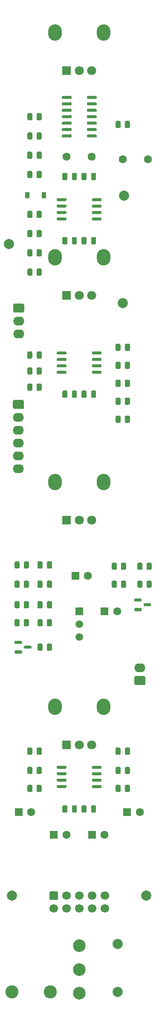
<source format=gbs>
G04 #@! TF.GenerationSoftware,KiCad,Pcbnew,6.0.5+dfsg-1~bpo11+1*
G04 #@! TF.CreationDate,2022-07-21T18:59:06+00:00*
G04 #@! TF.ProjectId,sample_and_hold_board,73616d70-6c65-45f6-916e-645f686f6c64,0*
G04 #@! TF.SameCoordinates,Original*
G04 #@! TF.FileFunction,Soldermask,Bot*
G04 #@! TF.FilePolarity,Negative*
%FSLAX46Y46*%
G04 Gerber Fmt 4.6, Leading zero omitted, Abs format (unit mm)*
G04 Created by KiCad (PCBNEW 6.0.5+dfsg-1~bpo11+1) date 2022-07-21 18:59:06*
%MOMM*%
%LPD*%
G01*
G04 APERTURE LIST*
%ADD10O,2.720000X3.240000*%
%ADD11R,1.800000X1.800000*%
%ADD12C,1.800000*%
%ADD13C,2.500000*%
%ADD14R,1.600000X1.600000*%
%ADD15C,1.600000*%
%ADD16C,2.000000*%
%ADD17O,2.190000X1.740000*%
%ADD18C,2.600000*%
%ADD19C,1.700000*%
%ADD20R,1.500000X1.500000*%
%ADD21C,1.500000*%
%ADD22R,0.900000X1.200000*%
G04 APERTURE END LIST*
D10*
X108940000Y-172215000D03*
X99340000Y-172215000D03*
D11*
X101640000Y-179715000D03*
D12*
X104140000Y-179715000D03*
X106640000Y-179715000D03*
D13*
X104140000Y-228865000D03*
X104140000Y-224165000D03*
X104140000Y-219465000D03*
D10*
X108940000Y-83315000D03*
X99340000Y-83315000D03*
D11*
X101640000Y-90815000D03*
D12*
X104140000Y-90815000D03*
X106640000Y-90815000D03*
D10*
X99340000Y-127765000D03*
X108940000Y-127765000D03*
D11*
X101640000Y-135265000D03*
D12*
X104140000Y-135265000D03*
X106640000Y-135265000D03*
D10*
X108940000Y-38865000D03*
X99340000Y-38865000D03*
D11*
X101640000Y-46365000D03*
D12*
X104140000Y-46365000D03*
X106640000Y-46365000D03*
G36*
G01*
X114201000Y-107764000D02*
X114201000Y-108664000D01*
G75*
G02*
X113951000Y-108914000I-250000J0D01*
G01*
X113426000Y-108914000D01*
G75*
G02*
X113176000Y-108664000I0J250000D01*
G01*
X113176000Y-107764000D01*
G75*
G02*
X113426000Y-107514000I250000J0D01*
G01*
X113951000Y-107514000D01*
G75*
G02*
X114201000Y-107764000I0J-250000D01*
G01*
G37*
G36*
G01*
X112376000Y-107764000D02*
X112376000Y-108664000D01*
G75*
G02*
X112126000Y-108914000I-250000J0D01*
G01*
X111601000Y-108914000D01*
G75*
G02*
X111351000Y-108664000I0J250000D01*
G01*
X111351000Y-107764000D01*
G75*
G02*
X111601000Y-107514000I250000J0D01*
G01*
X112126000Y-107514000D01*
G75*
G02*
X112376000Y-107764000I0J-250000D01*
G01*
G37*
G36*
G01*
X110589000Y-144859000D02*
X110589000Y-143959000D01*
G75*
G02*
X110839000Y-143709000I250000J0D01*
G01*
X111364000Y-143709000D01*
G75*
G02*
X111614000Y-143959000I0J-250000D01*
G01*
X111614000Y-144859000D01*
G75*
G02*
X111364000Y-145109000I-250000J0D01*
G01*
X110839000Y-145109000D01*
G75*
G02*
X110589000Y-144859000I0J250000D01*
G01*
G37*
G36*
G01*
X112414000Y-144859000D02*
X112414000Y-143959000D01*
G75*
G02*
X112664000Y-143709000I250000J0D01*
G01*
X113189000Y-143709000D01*
G75*
G02*
X113439000Y-143959000I0J-250000D01*
G01*
X113439000Y-144859000D01*
G75*
G02*
X113189000Y-145109000I-250000J0D01*
G01*
X112664000Y-145109000D01*
G75*
G02*
X112414000Y-144859000I0J250000D01*
G01*
G37*
G36*
G01*
X108590000Y-184010000D02*
X108590000Y-184310000D01*
G75*
G02*
X108440000Y-184460000I-150000J0D01*
G01*
X106840000Y-184460000D01*
G75*
G02*
X106690000Y-184310000I0J150000D01*
G01*
X106690000Y-184010000D01*
G75*
G02*
X106840000Y-183860000I150000J0D01*
G01*
X108440000Y-183860000D01*
G75*
G02*
X108590000Y-184010000I0J-150000D01*
G01*
G37*
G36*
G01*
X108590000Y-185280000D02*
X108590000Y-185580000D01*
G75*
G02*
X108440000Y-185730000I-150000J0D01*
G01*
X106840000Y-185730000D01*
G75*
G02*
X106690000Y-185580000I0J150000D01*
G01*
X106690000Y-185280000D01*
G75*
G02*
X106840000Y-185130000I150000J0D01*
G01*
X108440000Y-185130000D01*
G75*
G02*
X108590000Y-185280000I0J-150000D01*
G01*
G37*
G36*
G01*
X108590000Y-186550000D02*
X108590000Y-186850000D01*
G75*
G02*
X108440000Y-187000000I-150000J0D01*
G01*
X106840000Y-187000000D01*
G75*
G02*
X106690000Y-186850000I0J150000D01*
G01*
X106690000Y-186550000D01*
G75*
G02*
X106840000Y-186400000I150000J0D01*
G01*
X108440000Y-186400000D01*
G75*
G02*
X108590000Y-186550000I0J-150000D01*
G01*
G37*
G36*
G01*
X108590000Y-187820000D02*
X108590000Y-188120000D01*
G75*
G02*
X108440000Y-188270000I-150000J0D01*
G01*
X106840000Y-188270000D01*
G75*
G02*
X106690000Y-188120000I0J150000D01*
G01*
X106690000Y-187820000D01*
G75*
G02*
X106840000Y-187670000I150000J0D01*
G01*
X108440000Y-187670000D01*
G75*
G02*
X108590000Y-187820000I0J-150000D01*
G01*
G37*
G36*
G01*
X101590000Y-187820000D02*
X101590000Y-188120000D01*
G75*
G02*
X101440000Y-188270000I-150000J0D01*
G01*
X99840000Y-188270000D01*
G75*
G02*
X99690000Y-188120000I0J150000D01*
G01*
X99690000Y-187820000D01*
G75*
G02*
X99840000Y-187670000I150000J0D01*
G01*
X101440000Y-187670000D01*
G75*
G02*
X101590000Y-187820000I0J-150000D01*
G01*
G37*
G36*
G01*
X101590000Y-186550000D02*
X101590000Y-186850000D01*
G75*
G02*
X101440000Y-187000000I-150000J0D01*
G01*
X99840000Y-187000000D01*
G75*
G02*
X99690000Y-186850000I0J150000D01*
G01*
X99690000Y-186550000D01*
G75*
G02*
X99840000Y-186400000I150000J0D01*
G01*
X101440000Y-186400000D01*
G75*
G02*
X101590000Y-186550000I0J-150000D01*
G01*
G37*
G36*
G01*
X101590000Y-185280000D02*
X101590000Y-185580000D01*
G75*
G02*
X101440000Y-185730000I-150000J0D01*
G01*
X99840000Y-185730000D01*
G75*
G02*
X99690000Y-185580000I0J150000D01*
G01*
X99690000Y-185280000D01*
G75*
G02*
X99840000Y-185130000I150000J0D01*
G01*
X101440000Y-185130000D01*
G75*
G02*
X101590000Y-185280000I0J-150000D01*
G01*
G37*
G36*
G01*
X101590000Y-184010000D02*
X101590000Y-184310000D01*
G75*
G02*
X101440000Y-184460000I-150000J0D01*
G01*
X99840000Y-184460000D01*
G75*
G02*
X99690000Y-184310000I0J150000D01*
G01*
X99690000Y-184010000D01*
G75*
G02*
X99840000Y-183860000I150000J0D01*
G01*
X101440000Y-183860000D01*
G75*
G02*
X101590000Y-184010000I0J-150000D01*
G01*
G37*
G36*
G01*
X111351000Y-105108000D02*
X111351000Y-104208000D01*
G75*
G02*
X111601000Y-103958000I250000J0D01*
G01*
X112126000Y-103958000D01*
G75*
G02*
X112376000Y-104208000I0J-250000D01*
G01*
X112376000Y-105108000D01*
G75*
G02*
X112126000Y-105358000I-250000J0D01*
G01*
X111601000Y-105358000D01*
G75*
G02*
X111351000Y-105108000I0J250000D01*
G01*
G37*
G36*
G01*
X113176000Y-105108000D02*
X113176000Y-104208000D01*
G75*
G02*
X113426000Y-103958000I250000J0D01*
G01*
X113951000Y-103958000D01*
G75*
G02*
X114201000Y-104208000I0J-250000D01*
G01*
X114201000Y-105108000D01*
G75*
G02*
X113951000Y-105358000I-250000J0D01*
G01*
X113426000Y-105358000D01*
G75*
G02*
X113176000Y-105108000I0J250000D01*
G01*
G37*
G36*
G01*
X115059000Y-153129000D02*
X115059000Y-152829000D01*
G75*
G02*
X115209000Y-152679000I150000J0D01*
G01*
X116384000Y-152679000D01*
G75*
G02*
X116534000Y-152829000I0J-150000D01*
G01*
X116534000Y-153129000D01*
G75*
G02*
X116384000Y-153279000I-150000J0D01*
G01*
X115209000Y-153279000D01*
G75*
G02*
X115059000Y-153129000I0J150000D01*
G01*
G37*
G36*
G01*
X115059000Y-151229000D02*
X115059000Y-150929000D01*
G75*
G02*
X115209000Y-150779000I150000J0D01*
G01*
X116384000Y-150779000D01*
G75*
G02*
X116534000Y-150929000I0J-150000D01*
G01*
X116534000Y-151229000D01*
G75*
G02*
X116384000Y-151379000I-150000J0D01*
G01*
X115209000Y-151379000D01*
G75*
G02*
X115059000Y-151229000I0J150000D01*
G01*
G37*
G36*
G01*
X116934000Y-152179000D02*
X116934000Y-151879000D01*
G75*
G02*
X117084000Y-151729000I150000J0D01*
G01*
X118259000Y-151729000D01*
G75*
G02*
X118409000Y-151879000I0J-150000D01*
G01*
X118409000Y-152179000D01*
G75*
G02*
X118259000Y-152329000I-150000J0D01*
G01*
X117084000Y-152329000D01*
G75*
G02*
X116934000Y-152179000I0J150000D01*
G01*
G37*
G36*
G01*
X91285000Y-148415000D02*
X91285000Y-147515000D01*
G75*
G02*
X91535000Y-147265000I250000J0D01*
G01*
X92060000Y-147265000D01*
G75*
G02*
X92310000Y-147515000I0J-250000D01*
G01*
X92310000Y-148415000D01*
G75*
G02*
X92060000Y-148665000I-250000J0D01*
G01*
X91535000Y-148665000D01*
G75*
G02*
X91285000Y-148415000I0J250000D01*
G01*
G37*
G36*
G01*
X93110000Y-148415000D02*
X93110000Y-147515000D01*
G75*
G02*
X93360000Y-147265000I250000J0D01*
G01*
X93885000Y-147265000D01*
G75*
G02*
X94135000Y-147515000I0J-250000D01*
G01*
X94135000Y-148415000D01*
G75*
G02*
X93885000Y-148665000I-250000J0D01*
G01*
X93360000Y-148665000D01*
G75*
G02*
X93110000Y-148415000I0J250000D01*
G01*
G37*
G36*
G01*
X111326000Y-101577000D02*
X111326000Y-100627000D01*
G75*
G02*
X111576000Y-100377000I250000J0D01*
G01*
X112076000Y-100377000D01*
G75*
G02*
X112326000Y-100627000I0J-250000D01*
G01*
X112326000Y-101577000D01*
G75*
G02*
X112076000Y-101827000I-250000J0D01*
G01*
X111576000Y-101827000D01*
G75*
G02*
X111326000Y-101577000I0J250000D01*
G01*
G37*
G36*
G01*
X113226000Y-101577000D02*
X113226000Y-100627000D01*
G75*
G02*
X113476000Y-100377000I250000J0D01*
G01*
X113976000Y-100377000D01*
G75*
G02*
X114226000Y-100627000I0J-250000D01*
G01*
X114226000Y-101577000D01*
G75*
G02*
X113976000Y-101827000I-250000J0D01*
G01*
X113476000Y-101827000D01*
G75*
G02*
X113226000Y-101577000I0J250000D01*
G01*
G37*
D14*
X113665000Y-193050000D03*
D15*
X116165000Y-193050000D03*
X101640000Y-63383000D03*
X106640000Y-63383000D03*
G36*
G01*
X96675000Y-74363000D02*
X96675000Y-75263000D01*
G75*
G02*
X96425000Y-75513000I-250000J0D01*
G01*
X95900000Y-75513000D01*
G75*
G02*
X95650000Y-75263000I0J250000D01*
G01*
X95650000Y-74363000D01*
G75*
G02*
X95900000Y-74113000I250000J0D01*
G01*
X96425000Y-74113000D01*
G75*
G02*
X96675000Y-74363000I0J-250000D01*
G01*
G37*
G36*
G01*
X94850000Y-74363000D02*
X94850000Y-75263000D01*
G75*
G02*
X94600000Y-75513000I-250000J0D01*
G01*
X94075000Y-75513000D01*
G75*
G02*
X93825000Y-75263000I0J250000D01*
G01*
X93825000Y-74363000D01*
G75*
G02*
X94075000Y-74113000I250000J0D01*
G01*
X94600000Y-74113000D01*
G75*
G02*
X94850000Y-74363000I0J-250000D01*
G01*
G37*
D14*
X103359621Y-146314000D03*
D15*
X105859621Y-146314000D03*
G36*
G01*
X98707000Y-159961000D02*
X98707000Y-160861000D01*
G75*
G02*
X98457000Y-161111000I-250000J0D01*
G01*
X97932000Y-161111000D01*
G75*
G02*
X97682000Y-160861000I0J250000D01*
G01*
X97682000Y-159961000D01*
G75*
G02*
X97932000Y-159711000I250000J0D01*
G01*
X98457000Y-159711000D01*
G75*
G02*
X98707000Y-159961000I0J-250000D01*
G01*
G37*
G36*
G01*
X96882000Y-159961000D02*
X96882000Y-160861000D01*
G75*
G02*
X96632000Y-161111000I-250000J0D01*
G01*
X96107000Y-161111000D01*
G75*
G02*
X95857000Y-160861000I0J250000D01*
G01*
X95857000Y-159961000D01*
G75*
G02*
X96107000Y-159711000I250000J0D01*
G01*
X96632000Y-159711000D01*
G75*
G02*
X96882000Y-159961000I0J-250000D01*
G01*
G37*
G36*
G01*
X96700000Y-102151000D02*
X96700000Y-103101000D01*
G75*
G02*
X96450000Y-103351000I-250000J0D01*
G01*
X95950000Y-103351000D01*
G75*
G02*
X95700000Y-103101000I0J250000D01*
G01*
X95700000Y-102151000D01*
G75*
G02*
X95950000Y-101901000I250000J0D01*
G01*
X96450000Y-101901000D01*
G75*
G02*
X96700000Y-102151000I0J-250000D01*
G01*
G37*
G36*
G01*
X94800000Y-102151000D02*
X94800000Y-103101000D01*
G75*
G02*
X94550000Y-103351000I-250000J0D01*
G01*
X94050000Y-103351000D01*
G75*
G02*
X93800000Y-103101000I0J250000D01*
G01*
X93800000Y-102151000D01*
G75*
G02*
X94050000Y-101901000I250000J0D01*
G01*
X94550000Y-101901000D01*
G75*
G02*
X94800000Y-102151000I0J-250000D01*
G01*
G37*
D14*
X99100000Y-197495000D03*
D15*
X101600000Y-197495000D03*
G36*
G01*
X96675000Y-66489000D02*
X96675000Y-67389000D01*
G75*
G02*
X96425000Y-67639000I-250000J0D01*
G01*
X95900000Y-67639000D01*
G75*
G02*
X95650000Y-67389000I0J250000D01*
G01*
X95650000Y-66489000D01*
G75*
G02*
X95900000Y-66239000I250000J0D01*
G01*
X96425000Y-66239000D01*
G75*
G02*
X96675000Y-66489000I0J-250000D01*
G01*
G37*
G36*
G01*
X94850000Y-66489000D02*
X94850000Y-67389000D01*
G75*
G02*
X94600000Y-67639000I-250000J0D01*
G01*
X94075000Y-67639000D01*
G75*
G02*
X93825000Y-67389000I0J250000D01*
G01*
X93825000Y-66489000D01*
G75*
G02*
X94075000Y-66239000I250000J0D01*
G01*
X94600000Y-66239000D01*
G75*
G02*
X94850000Y-66489000I0J-250000D01*
G01*
G37*
G36*
G01*
X108590000Y-71742000D02*
X108590000Y-72042000D01*
G75*
G02*
X108440000Y-72192000I-150000J0D01*
G01*
X106840000Y-72192000D01*
G75*
G02*
X106690000Y-72042000I0J150000D01*
G01*
X106690000Y-71742000D01*
G75*
G02*
X106840000Y-71592000I150000J0D01*
G01*
X108440000Y-71592000D01*
G75*
G02*
X108590000Y-71742000I0J-150000D01*
G01*
G37*
G36*
G01*
X108590000Y-73012000D02*
X108590000Y-73312000D01*
G75*
G02*
X108440000Y-73462000I-150000J0D01*
G01*
X106840000Y-73462000D01*
G75*
G02*
X106690000Y-73312000I0J150000D01*
G01*
X106690000Y-73012000D01*
G75*
G02*
X106840000Y-72862000I150000J0D01*
G01*
X108440000Y-72862000D01*
G75*
G02*
X108590000Y-73012000I0J-150000D01*
G01*
G37*
G36*
G01*
X108590000Y-74282000D02*
X108590000Y-74582000D01*
G75*
G02*
X108440000Y-74732000I-150000J0D01*
G01*
X106840000Y-74732000D01*
G75*
G02*
X106690000Y-74582000I0J150000D01*
G01*
X106690000Y-74282000D01*
G75*
G02*
X106840000Y-74132000I150000J0D01*
G01*
X108440000Y-74132000D01*
G75*
G02*
X108590000Y-74282000I0J-150000D01*
G01*
G37*
G36*
G01*
X108590000Y-75552000D02*
X108590000Y-75852000D01*
G75*
G02*
X108440000Y-76002000I-150000J0D01*
G01*
X106840000Y-76002000D01*
G75*
G02*
X106690000Y-75852000I0J150000D01*
G01*
X106690000Y-75552000D01*
G75*
G02*
X106840000Y-75402000I150000J0D01*
G01*
X108440000Y-75402000D01*
G75*
G02*
X108590000Y-75552000I0J-150000D01*
G01*
G37*
G36*
G01*
X101590000Y-75552000D02*
X101590000Y-75852000D01*
G75*
G02*
X101440000Y-76002000I-150000J0D01*
G01*
X99840000Y-76002000D01*
G75*
G02*
X99690000Y-75852000I0J150000D01*
G01*
X99690000Y-75552000D01*
G75*
G02*
X99840000Y-75402000I150000J0D01*
G01*
X101440000Y-75402000D01*
G75*
G02*
X101590000Y-75552000I0J-150000D01*
G01*
G37*
G36*
G01*
X101590000Y-74282000D02*
X101590000Y-74582000D01*
G75*
G02*
X101440000Y-74732000I-150000J0D01*
G01*
X99840000Y-74732000D01*
G75*
G02*
X99690000Y-74582000I0J150000D01*
G01*
X99690000Y-74282000D01*
G75*
G02*
X99840000Y-74132000I150000J0D01*
G01*
X101440000Y-74132000D01*
G75*
G02*
X101590000Y-74282000I0J-150000D01*
G01*
G37*
G36*
G01*
X101590000Y-73012000D02*
X101590000Y-73312000D01*
G75*
G02*
X101440000Y-73462000I-150000J0D01*
G01*
X99840000Y-73462000D01*
G75*
G02*
X99690000Y-73312000I0J150000D01*
G01*
X99690000Y-73012000D01*
G75*
G02*
X99840000Y-72862000I150000J0D01*
G01*
X101440000Y-72862000D01*
G75*
G02*
X101590000Y-73012000I0J-150000D01*
G01*
G37*
G36*
G01*
X101590000Y-71742000D02*
X101590000Y-72042000D01*
G75*
G02*
X101440000Y-72192000I-150000J0D01*
G01*
X99840000Y-72192000D01*
G75*
G02*
X99690000Y-72042000I0J150000D01*
G01*
X99690000Y-71742000D01*
G75*
G02*
X99840000Y-71592000I150000J0D01*
G01*
X101440000Y-71592000D01*
G75*
G02*
X101590000Y-71742000I0J-150000D01*
G01*
G37*
D16*
X117475000Y-209560000D03*
G36*
G01*
X108590000Y-102095000D02*
X108590000Y-102395000D01*
G75*
G02*
X108440000Y-102545000I-150000J0D01*
G01*
X106840000Y-102545000D01*
G75*
G02*
X106690000Y-102395000I0J150000D01*
G01*
X106690000Y-102095000D01*
G75*
G02*
X106840000Y-101945000I150000J0D01*
G01*
X108440000Y-101945000D01*
G75*
G02*
X108590000Y-102095000I0J-150000D01*
G01*
G37*
G36*
G01*
X108590000Y-103365000D02*
X108590000Y-103665000D01*
G75*
G02*
X108440000Y-103815000I-150000J0D01*
G01*
X106840000Y-103815000D01*
G75*
G02*
X106690000Y-103665000I0J150000D01*
G01*
X106690000Y-103365000D01*
G75*
G02*
X106840000Y-103215000I150000J0D01*
G01*
X108440000Y-103215000D01*
G75*
G02*
X108590000Y-103365000I0J-150000D01*
G01*
G37*
G36*
G01*
X108590000Y-104635000D02*
X108590000Y-104935000D01*
G75*
G02*
X108440000Y-105085000I-150000J0D01*
G01*
X106840000Y-105085000D01*
G75*
G02*
X106690000Y-104935000I0J150000D01*
G01*
X106690000Y-104635000D01*
G75*
G02*
X106840000Y-104485000I150000J0D01*
G01*
X108440000Y-104485000D01*
G75*
G02*
X108590000Y-104635000I0J-150000D01*
G01*
G37*
G36*
G01*
X108590000Y-105905000D02*
X108590000Y-106205000D01*
G75*
G02*
X108440000Y-106355000I-150000J0D01*
G01*
X106840000Y-106355000D01*
G75*
G02*
X106690000Y-106205000I0J150000D01*
G01*
X106690000Y-105905000D01*
G75*
G02*
X106840000Y-105755000I150000J0D01*
G01*
X108440000Y-105755000D01*
G75*
G02*
X108590000Y-105905000I0J-150000D01*
G01*
G37*
G36*
G01*
X101590000Y-105905000D02*
X101590000Y-106205000D01*
G75*
G02*
X101440000Y-106355000I-150000J0D01*
G01*
X99840000Y-106355000D01*
G75*
G02*
X99690000Y-106205000I0J150000D01*
G01*
X99690000Y-105905000D01*
G75*
G02*
X99840000Y-105755000I150000J0D01*
G01*
X101440000Y-105755000D01*
G75*
G02*
X101590000Y-105905000I0J-150000D01*
G01*
G37*
G36*
G01*
X101590000Y-104635000D02*
X101590000Y-104935000D01*
G75*
G02*
X101440000Y-105085000I-150000J0D01*
G01*
X99840000Y-105085000D01*
G75*
G02*
X99690000Y-104935000I0J150000D01*
G01*
X99690000Y-104635000D01*
G75*
G02*
X99840000Y-104485000I150000J0D01*
G01*
X101440000Y-104485000D01*
G75*
G02*
X101590000Y-104635000I0J-150000D01*
G01*
G37*
G36*
G01*
X101590000Y-103365000D02*
X101590000Y-103665000D01*
G75*
G02*
X101440000Y-103815000I-150000J0D01*
G01*
X99840000Y-103815000D01*
G75*
G02*
X99690000Y-103665000I0J150000D01*
G01*
X99690000Y-103365000D01*
G75*
G02*
X99840000Y-103215000I150000J0D01*
G01*
X101440000Y-103215000D01*
G75*
G02*
X101590000Y-103365000I0J-150000D01*
G01*
G37*
G36*
G01*
X101590000Y-102095000D02*
X101590000Y-102395000D01*
G75*
G02*
X101440000Y-102545000I-150000J0D01*
G01*
X99840000Y-102545000D01*
G75*
G02*
X99690000Y-102395000I0J150000D01*
G01*
X99690000Y-102095000D01*
G75*
G02*
X99840000Y-101945000I150000J0D01*
G01*
X101440000Y-101945000D01*
G75*
G02*
X101590000Y-102095000I0J-150000D01*
G01*
G37*
G36*
G01*
X114201000Y-114876000D02*
X114201000Y-115776000D01*
G75*
G02*
X113951000Y-116026000I-250000J0D01*
G01*
X113426000Y-116026000D01*
G75*
G02*
X113176000Y-115776000I0J250000D01*
G01*
X113176000Y-114876000D01*
G75*
G02*
X113426000Y-114626000I250000J0D01*
G01*
X113951000Y-114626000D01*
G75*
G02*
X114201000Y-114876000I0J-250000D01*
G01*
G37*
G36*
G01*
X112376000Y-114876000D02*
X112376000Y-115776000D01*
G75*
G02*
X112126000Y-116026000I-250000J0D01*
G01*
X111601000Y-116026000D01*
G75*
G02*
X111351000Y-115776000I0J250000D01*
G01*
X111351000Y-114876000D01*
G75*
G02*
X111601000Y-114626000I250000J0D01*
G01*
X112126000Y-114626000D01*
G75*
G02*
X112376000Y-114876000I0J-250000D01*
G01*
G37*
D14*
X109154000Y-153299000D03*
D15*
X111654000Y-153299000D03*
G36*
G01*
X117050000Y-167885000D02*
X115360000Y-167885000D01*
G75*
G02*
X115110000Y-167635000I0J250000D01*
G01*
X115110000Y-166395000D01*
G75*
G02*
X115360000Y-166145000I250000J0D01*
G01*
X117050000Y-166145000D01*
G75*
G02*
X117300000Y-166395000I0J-250000D01*
G01*
X117300000Y-167635000D01*
G75*
G02*
X117050000Y-167885000I-250000J0D01*
G01*
G37*
D17*
X116205000Y-164475000D03*
G36*
G01*
X113439000Y-147515000D02*
X113439000Y-148415000D01*
G75*
G02*
X113189000Y-148665000I-250000J0D01*
G01*
X112664000Y-148665000D01*
G75*
G02*
X112414000Y-148415000I0J250000D01*
G01*
X112414000Y-147515000D01*
G75*
G02*
X112664000Y-147265000I250000J0D01*
G01*
X113189000Y-147265000D01*
G75*
G02*
X113439000Y-147515000I0J-250000D01*
G01*
G37*
G36*
G01*
X111614000Y-147515000D02*
X111614000Y-148415000D01*
G75*
G02*
X111364000Y-148665000I-250000J0D01*
G01*
X110839000Y-148665000D01*
G75*
G02*
X110589000Y-148415000I0J250000D01*
G01*
X110589000Y-147515000D01*
G75*
G02*
X110839000Y-147265000I250000J0D01*
G01*
X111364000Y-147265000D01*
G75*
G02*
X111614000Y-147515000I0J-250000D01*
G01*
G37*
G36*
G01*
X95832000Y-148440000D02*
X95832000Y-147490000D01*
G75*
G02*
X96082000Y-147240000I250000J0D01*
G01*
X96582000Y-147240000D01*
G75*
G02*
X96832000Y-147490000I0J-250000D01*
G01*
X96832000Y-148440000D01*
G75*
G02*
X96582000Y-148690000I-250000J0D01*
G01*
X96082000Y-148690000D01*
G75*
G02*
X95832000Y-148440000I0J250000D01*
G01*
G37*
G36*
G01*
X97732000Y-148440000D02*
X97732000Y-147490000D01*
G75*
G02*
X97982000Y-147240000I250000J0D01*
G01*
X98482000Y-147240000D01*
G75*
G02*
X98732000Y-147490000I0J-250000D01*
G01*
X98732000Y-148440000D01*
G75*
G02*
X98482000Y-148690000I-250000J0D01*
G01*
X97982000Y-148690000D01*
G75*
G02*
X97732000Y-148440000I0J250000D01*
G01*
G37*
G36*
G01*
X111326000Y-181460000D02*
X111326000Y-180510000D01*
G75*
G02*
X111576000Y-180260000I250000J0D01*
G01*
X112076000Y-180260000D01*
G75*
G02*
X112326000Y-180510000I0J-250000D01*
G01*
X112326000Y-181460000D01*
G75*
G02*
X112076000Y-181710000I-250000J0D01*
G01*
X111576000Y-181710000D01*
G75*
G02*
X111326000Y-181460000I0J250000D01*
G01*
G37*
G36*
G01*
X113226000Y-181460000D02*
X113226000Y-180510000D01*
G75*
G02*
X113476000Y-180260000I250000J0D01*
G01*
X113976000Y-180260000D01*
G75*
G02*
X114226000Y-180510000I0J-250000D01*
G01*
X114226000Y-181460000D01*
G75*
G02*
X113976000Y-181710000I-250000J0D01*
G01*
X113476000Y-181710000D01*
G75*
G02*
X113226000Y-181460000I0J250000D01*
G01*
G37*
G36*
G01*
X107495000Y-109898000D02*
X107495000Y-110848000D01*
G75*
G02*
X107245000Y-111098000I-250000J0D01*
G01*
X106745000Y-111098000D01*
G75*
G02*
X106495000Y-110848000I0J250000D01*
G01*
X106495000Y-109898000D01*
G75*
G02*
X106745000Y-109648000I250000J0D01*
G01*
X107245000Y-109648000D01*
G75*
G02*
X107495000Y-109898000I0J-250000D01*
G01*
G37*
G36*
G01*
X105595000Y-109898000D02*
X105595000Y-110848000D01*
G75*
G02*
X105345000Y-111098000I-250000J0D01*
G01*
X104845000Y-111098000D01*
G75*
G02*
X104595000Y-110848000I0J250000D01*
G01*
X104595000Y-109898000D01*
G75*
G02*
X104845000Y-109648000I250000J0D01*
G01*
X105345000Y-109648000D01*
G75*
G02*
X105595000Y-109898000I0J-250000D01*
G01*
G37*
G36*
G01*
X93825000Y-79073000D02*
X93825000Y-78173000D01*
G75*
G02*
X94075000Y-77923000I250000J0D01*
G01*
X94600000Y-77923000D01*
G75*
G02*
X94850000Y-78173000I0J-250000D01*
G01*
X94850000Y-79073000D01*
G75*
G02*
X94600000Y-79323000I-250000J0D01*
G01*
X94075000Y-79323000D01*
G75*
G02*
X93825000Y-79073000I0J250000D01*
G01*
G37*
G36*
G01*
X95650000Y-79073000D02*
X95650000Y-78173000D01*
G75*
G02*
X95900000Y-77923000I250000J0D01*
G01*
X96425000Y-77923000D01*
G75*
G02*
X96675000Y-78173000I0J-250000D01*
G01*
X96675000Y-79073000D01*
G75*
G02*
X96425000Y-79323000I-250000J0D01*
G01*
X95900000Y-79323000D01*
G75*
G02*
X95650000Y-79073000I0J250000D01*
G01*
G37*
G36*
G01*
X91285000Y-152479000D02*
X91285000Y-151579000D01*
G75*
G02*
X91535000Y-151329000I250000J0D01*
G01*
X92060000Y-151329000D01*
G75*
G02*
X92310000Y-151579000I0J-250000D01*
G01*
X92310000Y-152479000D01*
G75*
G02*
X92060000Y-152729000I-250000J0D01*
G01*
X91535000Y-152729000D01*
G75*
G02*
X91285000Y-152479000I0J250000D01*
G01*
G37*
G36*
G01*
X93110000Y-152479000D02*
X93110000Y-151579000D01*
G75*
G02*
X93360000Y-151329000I250000J0D01*
G01*
X93885000Y-151329000D01*
G75*
G02*
X94135000Y-151579000I0J-250000D01*
G01*
X94135000Y-152479000D01*
G75*
G02*
X93885000Y-152729000I-250000J0D01*
G01*
X93360000Y-152729000D01*
G75*
G02*
X93110000Y-152479000I0J250000D01*
G01*
G37*
G36*
G01*
X103685000Y-109898000D02*
X103685000Y-110848000D01*
G75*
G02*
X103435000Y-111098000I-250000J0D01*
G01*
X102935000Y-111098000D01*
G75*
G02*
X102685000Y-110848000I0J250000D01*
G01*
X102685000Y-109898000D01*
G75*
G02*
X102935000Y-109648000I250000J0D01*
G01*
X103435000Y-109648000D01*
G75*
G02*
X103685000Y-109898000I0J-250000D01*
G01*
G37*
G36*
G01*
X101785000Y-109898000D02*
X101785000Y-110848000D01*
G75*
G02*
X101535000Y-111098000I-250000J0D01*
G01*
X101035000Y-111098000D01*
G75*
G02*
X100785000Y-110848000I0J250000D01*
G01*
X100785000Y-109898000D01*
G75*
G02*
X101035000Y-109648000I250000J0D01*
G01*
X101535000Y-109648000D01*
G75*
G02*
X101785000Y-109898000I0J-250000D01*
G01*
G37*
G36*
G01*
X95832000Y-144630000D02*
X95832000Y-143680000D01*
G75*
G02*
X96082000Y-143430000I250000J0D01*
G01*
X96582000Y-143430000D01*
G75*
G02*
X96832000Y-143680000I0J-250000D01*
G01*
X96832000Y-144630000D01*
G75*
G02*
X96582000Y-144880000I-250000J0D01*
G01*
X96082000Y-144880000D01*
G75*
G02*
X95832000Y-144630000I0J250000D01*
G01*
G37*
G36*
G01*
X97732000Y-144630000D02*
X97732000Y-143680000D01*
G75*
G02*
X97982000Y-143430000I250000J0D01*
G01*
X98482000Y-143430000D01*
G75*
G02*
X98732000Y-143680000I0J-250000D01*
G01*
X98732000Y-144630000D01*
G75*
G02*
X98482000Y-144880000I-250000J0D01*
G01*
X97982000Y-144880000D01*
G75*
G02*
X97732000Y-144630000I0J250000D01*
G01*
G37*
D18*
X90805000Y-228610000D03*
X98425000Y-228610000D03*
G36*
G01*
X96675000Y-105351000D02*
X96675000Y-106251000D01*
G75*
G02*
X96425000Y-106501000I-250000J0D01*
G01*
X95900000Y-106501000D01*
G75*
G02*
X95650000Y-106251000I0J250000D01*
G01*
X95650000Y-105351000D01*
G75*
G02*
X95900000Y-105101000I250000J0D01*
G01*
X96425000Y-105101000D01*
G75*
G02*
X96675000Y-105351000I0J-250000D01*
G01*
G37*
G36*
G01*
X94850000Y-105351000D02*
X94850000Y-106251000D01*
G75*
G02*
X94600000Y-106501000I-250000J0D01*
G01*
X94075000Y-106501000D01*
G75*
G02*
X93825000Y-106251000I0J250000D01*
G01*
X93825000Y-105351000D01*
G75*
G02*
X94075000Y-105101000I250000J0D01*
G01*
X94600000Y-105101000D01*
G75*
G02*
X94850000Y-105351000I0J-250000D01*
G01*
G37*
G36*
G01*
X107495000Y-191940000D02*
X107495000Y-192890000D01*
G75*
G02*
X107245000Y-193140000I-250000J0D01*
G01*
X106745000Y-193140000D01*
G75*
G02*
X106495000Y-192890000I0J250000D01*
G01*
X106495000Y-191940000D01*
G75*
G02*
X106745000Y-191690000I250000J0D01*
G01*
X107245000Y-191690000D01*
G75*
G02*
X107495000Y-191940000I0J-250000D01*
G01*
G37*
G36*
G01*
X105595000Y-191940000D02*
X105595000Y-192890000D01*
G75*
G02*
X105345000Y-193140000I-250000J0D01*
G01*
X104845000Y-193140000D01*
G75*
G02*
X104595000Y-192890000I0J250000D01*
G01*
X104595000Y-191940000D01*
G75*
G02*
X104845000Y-191690000I250000J0D01*
G01*
X105345000Y-191690000D01*
G75*
G02*
X105595000Y-191940000I0J-250000D01*
G01*
G37*
G36*
G01*
X91285000Y-156035000D02*
X91285000Y-155135000D01*
G75*
G02*
X91535000Y-154885000I250000J0D01*
G01*
X92060000Y-154885000D01*
G75*
G02*
X92310000Y-155135000I0J-250000D01*
G01*
X92310000Y-156035000D01*
G75*
G02*
X92060000Y-156285000I-250000J0D01*
G01*
X91535000Y-156285000D01*
G75*
G02*
X91285000Y-156035000I0J250000D01*
G01*
G37*
G36*
G01*
X93110000Y-156035000D02*
X93110000Y-155135000D01*
G75*
G02*
X93360000Y-154885000I250000J0D01*
G01*
X93885000Y-154885000D01*
G75*
G02*
X94135000Y-155135000I0J-250000D01*
G01*
X94135000Y-156035000D01*
G75*
G02*
X93885000Y-156285000I-250000J0D01*
G01*
X93360000Y-156285000D01*
G75*
G02*
X93110000Y-156035000I0J250000D01*
G01*
G37*
G36*
G01*
X115669000Y-144859000D02*
X115669000Y-143959000D01*
G75*
G02*
X115919000Y-143709000I250000J0D01*
G01*
X116444000Y-143709000D01*
G75*
G02*
X116694000Y-143959000I0J-250000D01*
G01*
X116694000Y-144859000D01*
G75*
G02*
X116444000Y-145109000I-250000J0D01*
G01*
X115919000Y-145109000D01*
G75*
G02*
X115669000Y-144859000I0J250000D01*
G01*
G37*
G36*
G01*
X117494000Y-144859000D02*
X117494000Y-143959000D01*
G75*
G02*
X117744000Y-143709000I250000J0D01*
G01*
X118269000Y-143709000D01*
G75*
G02*
X118519000Y-143959000I0J-250000D01*
G01*
X118519000Y-144859000D01*
G75*
G02*
X118269000Y-145109000I-250000J0D01*
G01*
X117744000Y-145109000D01*
G75*
G02*
X117494000Y-144859000I0J250000D01*
G01*
G37*
G36*
G01*
X98707000Y-155135000D02*
X98707000Y-156035000D01*
G75*
G02*
X98457000Y-156285000I-250000J0D01*
G01*
X97932000Y-156285000D01*
G75*
G02*
X97682000Y-156035000I0J250000D01*
G01*
X97682000Y-155135000D01*
G75*
G02*
X97932000Y-154885000I250000J0D01*
G01*
X98457000Y-154885000D01*
G75*
G02*
X98707000Y-155135000I0J-250000D01*
G01*
G37*
G36*
G01*
X96882000Y-155135000D02*
X96882000Y-156035000D01*
G75*
G02*
X96632000Y-156285000I-250000J0D01*
G01*
X96107000Y-156285000D01*
G75*
G02*
X95857000Y-156035000I0J250000D01*
G01*
X95857000Y-155135000D01*
G75*
G02*
X96107000Y-154885000I250000J0D01*
G01*
X96632000Y-154885000D01*
G75*
G02*
X96882000Y-155135000I0J-250000D01*
G01*
G37*
G36*
G01*
X91230000Y-111535000D02*
X92920000Y-111535000D01*
G75*
G02*
X93170000Y-111785000I0J-250000D01*
G01*
X93170000Y-113025000D01*
G75*
G02*
X92920000Y-113275000I-250000J0D01*
G01*
X91230000Y-113275000D01*
G75*
G02*
X90980000Y-113025000I0J250000D01*
G01*
X90980000Y-111785000D01*
G75*
G02*
X91230000Y-111535000I250000J0D01*
G01*
G37*
D17*
X92075000Y-114945000D03*
X92075000Y-117485000D03*
X92075000Y-120025000D03*
X92075000Y-122565000D03*
X92075000Y-125105000D03*
G36*
G01*
X91250000Y-92485000D02*
X92940000Y-92485000D01*
G75*
G02*
X93190000Y-92735000I0J-250000D01*
G01*
X93190000Y-93975000D01*
G75*
G02*
X92940000Y-94225000I-250000J0D01*
G01*
X91250000Y-94225000D01*
G75*
G02*
X91000000Y-93975000I0J250000D01*
G01*
X91000000Y-92735000D01*
G75*
G02*
X91250000Y-92485000I250000J0D01*
G01*
G37*
X92095000Y-95895000D03*
X92095000Y-98435000D03*
G36*
G01*
X91285000Y-144605000D02*
X91285000Y-143705000D01*
G75*
G02*
X91535000Y-143455000I250000J0D01*
G01*
X92060000Y-143455000D01*
G75*
G02*
X92310000Y-143705000I0J-250000D01*
G01*
X92310000Y-144605000D01*
G75*
G02*
X92060000Y-144855000I-250000J0D01*
G01*
X91535000Y-144855000D01*
G75*
G02*
X91285000Y-144605000I0J250000D01*
G01*
G37*
G36*
G01*
X93110000Y-144605000D02*
X93110000Y-143705000D01*
G75*
G02*
X93360000Y-143455000I250000J0D01*
G01*
X93885000Y-143455000D01*
G75*
G02*
X94135000Y-143705000I0J-250000D01*
G01*
X94135000Y-144605000D01*
G75*
G02*
X93885000Y-144855000I-250000J0D01*
G01*
X93360000Y-144855000D01*
G75*
G02*
X93110000Y-144605000I0J250000D01*
G01*
G37*
G36*
G01*
X93825000Y-188801000D02*
X93825000Y-187901000D01*
G75*
G02*
X94075000Y-187651000I250000J0D01*
G01*
X94600000Y-187651000D01*
G75*
G02*
X94850000Y-187901000I0J-250000D01*
G01*
X94850000Y-188801000D01*
G75*
G02*
X94600000Y-189051000I-250000J0D01*
G01*
X94075000Y-189051000D01*
G75*
G02*
X93825000Y-188801000I0J250000D01*
G01*
G37*
G36*
G01*
X95650000Y-188801000D02*
X95650000Y-187901000D01*
G75*
G02*
X95900000Y-187651000I250000J0D01*
G01*
X96425000Y-187651000D01*
G75*
G02*
X96675000Y-187901000I0J-250000D01*
G01*
X96675000Y-188801000D01*
G75*
G02*
X96425000Y-189051000I-250000J0D01*
G01*
X95900000Y-189051000D01*
G75*
G02*
X95650000Y-188801000I0J250000D01*
G01*
G37*
G36*
G01*
X96675000Y-184345000D02*
X96675000Y-185245000D01*
G75*
G02*
X96425000Y-185495000I-250000J0D01*
G01*
X95900000Y-185495000D01*
G75*
G02*
X95650000Y-185245000I0J250000D01*
G01*
X95650000Y-184345000D01*
G75*
G02*
X95900000Y-184095000I250000J0D01*
G01*
X96425000Y-184095000D01*
G75*
G02*
X96675000Y-184345000I0J-250000D01*
G01*
G37*
G36*
G01*
X94850000Y-184345000D02*
X94850000Y-185245000D01*
G75*
G02*
X94600000Y-185495000I-250000J0D01*
G01*
X94075000Y-185495000D01*
G75*
G02*
X93825000Y-185245000I0J250000D01*
G01*
X93825000Y-184345000D01*
G75*
G02*
X94075000Y-184095000I250000J0D01*
G01*
X94600000Y-184095000D01*
G75*
G02*
X94850000Y-184345000I0J-250000D01*
G01*
G37*
D16*
X112776000Y-92339000D03*
G36*
G01*
X103685000Y-191940000D02*
X103685000Y-192890000D01*
G75*
G02*
X103435000Y-193140000I-250000J0D01*
G01*
X102935000Y-193140000D01*
G75*
G02*
X102685000Y-192890000I0J250000D01*
G01*
X102685000Y-191940000D01*
G75*
G02*
X102935000Y-191690000I250000J0D01*
G01*
X103435000Y-191690000D01*
G75*
G02*
X103685000Y-191940000I0J-250000D01*
G01*
G37*
G36*
G01*
X101785000Y-191940000D02*
X101785000Y-192890000D01*
G75*
G02*
X101535000Y-193140000I-250000J0D01*
G01*
X101035000Y-193140000D01*
G75*
G02*
X100785000Y-192890000I0J250000D01*
G01*
X100785000Y-191940000D01*
G75*
G02*
X101035000Y-191690000I250000J0D01*
G01*
X101535000Y-191690000D01*
G75*
G02*
X101785000Y-191940000I0J-250000D01*
G01*
G37*
G36*
G01*
X103685000Y-66845000D02*
X103685000Y-67795000D01*
G75*
G02*
X103435000Y-68045000I-250000J0D01*
G01*
X102935000Y-68045000D01*
G75*
G02*
X102685000Y-67795000I0J250000D01*
G01*
X102685000Y-66845000D01*
G75*
G02*
X102935000Y-66595000I250000J0D01*
G01*
X103435000Y-66595000D01*
G75*
G02*
X103685000Y-66845000I0J-250000D01*
G01*
G37*
G36*
G01*
X101785000Y-66845000D02*
X101785000Y-67795000D01*
G75*
G02*
X101535000Y-68045000I-250000J0D01*
G01*
X101035000Y-68045000D01*
G75*
G02*
X100785000Y-67795000I0J250000D01*
G01*
X100785000Y-66845000D01*
G75*
G02*
X101035000Y-66595000I250000J0D01*
G01*
X101535000Y-66595000D01*
G75*
G02*
X101785000Y-66845000I0J-250000D01*
G01*
G37*
D14*
X106680000Y-197495000D03*
D15*
X109180000Y-197495000D03*
G36*
G01*
X91289000Y-161511000D02*
X91289000Y-161211000D01*
G75*
G02*
X91439000Y-161061000I150000J0D01*
G01*
X92614000Y-161061000D01*
G75*
G02*
X92764000Y-161211000I0J-150000D01*
G01*
X92764000Y-161511000D01*
G75*
G02*
X92614000Y-161661000I-150000J0D01*
G01*
X91439000Y-161661000D01*
G75*
G02*
X91289000Y-161511000I0J150000D01*
G01*
G37*
G36*
G01*
X91289000Y-159611000D02*
X91289000Y-159311000D01*
G75*
G02*
X91439000Y-159161000I150000J0D01*
G01*
X92614000Y-159161000D01*
G75*
G02*
X92764000Y-159311000I0J-150000D01*
G01*
X92764000Y-159611000D01*
G75*
G02*
X92614000Y-159761000I-150000J0D01*
G01*
X91439000Y-159761000D01*
G75*
G02*
X91289000Y-159611000I0J150000D01*
G01*
G37*
G36*
G01*
X93164000Y-160561000D02*
X93164000Y-160261000D01*
G75*
G02*
X93314000Y-160111000I150000J0D01*
G01*
X94489000Y-160111000D01*
G75*
G02*
X94639000Y-160261000I0J-150000D01*
G01*
X94639000Y-160561000D01*
G75*
G02*
X94489000Y-160711000I-150000J0D01*
G01*
X93314000Y-160711000D01*
G75*
G02*
X93164000Y-160561000I0J150000D01*
G01*
G37*
D16*
X90170000Y-80655000D03*
X111760000Y-219085000D03*
X90805000Y-209560000D03*
G36*
G01*
X111351000Y-57483000D02*
X111351000Y-56583000D01*
G75*
G02*
X111601000Y-56333000I250000J0D01*
G01*
X112126000Y-56333000D01*
G75*
G02*
X112376000Y-56583000I0J-250000D01*
G01*
X112376000Y-57483000D01*
G75*
G02*
X112126000Y-57733000I-250000J0D01*
G01*
X111601000Y-57733000D01*
G75*
G02*
X111351000Y-57483000I0J250000D01*
G01*
G37*
G36*
G01*
X113176000Y-57483000D02*
X113176000Y-56583000D01*
G75*
G02*
X113426000Y-56333000I250000J0D01*
G01*
X113951000Y-56333000D01*
G75*
G02*
X114201000Y-56583000I0J-250000D01*
G01*
X114201000Y-57483000D01*
G75*
G02*
X113951000Y-57733000I-250000J0D01*
G01*
X113426000Y-57733000D01*
G75*
G02*
X113176000Y-57483000I0J250000D01*
G01*
G37*
G36*
G01*
X118519000Y-147515000D02*
X118519000Y-148415000D01*
G75*
G02*
X118269000Y-148665000I-250000J0D01*
G01*
X117744000Y-148665000D01*
G75*
G02*
X117494000Y-148415000I0J250000D01*
G01*
X117494000Y-147515000D01*
G75*
G02*
X117744000Y-147265000I250000J0D01*
G01*
X118269000Y-147265000D01*
G75*
G02*
X118519000Y-147515000I0J-250000D01*
G01*
G37*
G36*
G01*
X116694000Y-147515000D02*
X116694000Y-148415000D01*
G75*
G02*
X116444000Y-148665000I-250000J0D01*
G01*
X115919000Y-148665000D01*
G75*
G02*
X115669000Y-148415000I0J250000D01*
G01*
X115669000Y-147515000D01*
G75*
G02*
X115919000Y-147265000I250000J0D01*
G01*
X116444000Y-147265000D01*
G75*
G02*
X116694000Y-147515000I0J-250000D01*
G01*
G37*
G36*
G01*
X96675000Y-81983000D02*
X96675000Y-82883000D01*
G75*
G02*
X96425000Y-83133000I-250000J0D01*
G01*
X95900000Y-83133000D01*
G75*
G02*
X95650000Y-82883000I0J250000D01*
G01*
X95650000Y-81983000D01*
G75*
G02*
X95900000Y-81733000I250000J0D01*
G01*
X96425000Y-81733000D01*
G75*
G02*
X96675000Y-81983000I0J-250000D01*
G01*
G37*
G36*
G01*
X94850000Y-81983000D02*
X94850000Y-82883000D01*
G75*
G02*
X94600000Y-83133000I-250000J0D01*
G01*
X94075000Y-83133000D01*
G75*
G02*
X93825000Y-82883000I0J250000D01*
G01*
X93825000Y-81983000D01*
G75*
G02*
X94075000Y-81733000I250000J0D01*
G01*
X94600000Y-81733000D01*
G75*
G02*
X94850000Y-81983000I0J-250000D01*
G01*
G37*
D14*
X92115000Y-193050000D03*
D15*
X94615000Y-193050000D03*
D16*
X111760000Y-228610000D03*
G36*
G01*
X96700000Y-62654000D02*
X96700000Y-63604000D01*
G75*
G02*
X96450000Y-63854000I-250000J0D01*
G01*
X95950000Y-63854000D01*
G75*
G02*
X95700000Y-63604000I0J250000D01*
G01*
X95700000Y-62654000D01*
G75*
G02*
X95950000Y-62404000I250000J0D01*
G01*
X96450000Y-62404000D01*
G75*
G02*
X96700000Y-62654000I0J-250000D01*
G01*
G37*
G36*
G01*
X94800000Y-62654000D02*
X94800000Y-63604000D01*
G75*
G02*
X94550000Y-63854000I-250000J0D01*
G01*
X94050000Y-63854000D01*
G75*
G02*
X93800000Y-63604000I0J250000D01*
G01*
X93800000Y-62654000D01*
G75*
G02*
X94050000Y-62404000I250000J0D01*
G01*
X94550000Y-62404000D01*
G75*
G02*
X94800000Y-62654000I0J-250000D01*
G01*
G37*
G36*
G01*
X98460000Y-208710000D02*
X99660000Y-208710000D01*
G75*
G02*
X99910000Y-208960000I0J-250000D01*
G01*
X99910000Y-210160000D01*
G75*
G02*
X99660000Y-210410000I-250000J0D01*
G01*
X98460000Y-210410000D01*
G75*
G02*
X98210000Y-210160000I0J250000D01*
G01*
X98210000Y-208960000D01*
G75*
G02*
X98460000Y-208710000I250000J0D01*
G01*
G37*
D19*
X99060000Y-212100000D03*
X101600000Y-209560000D03*
X101600000Y-212100000D03*
X104140000Y-209560000D03*
X104140000Y-212100000D03*
X106680000Y-209560000D03*
X106680000Y-212100000D03*
X109220000Y-209560000D03*
X109220000Y-212100000D03*
G36*
G01*
X96675000Y-85793000D02*
X96675000Y-86693000D01*
G75*
G02*
X96425000Y-86943000I-250000J0D01*
G01*
X95900000Y-86943000D01*
G75*
G02*
X95650000Y-86693000I0J250000D01*
G01*
X95650000Y-85793000D01*
G75*
G02*
X95900000Y-85543000I250000J0D01*
G01*
X96425000Y-85543000D01*
G75*
G02*
X96675000Y-85793000I0J-250000D01*
G01*
G37*
G36*
G01*
X94850000Y-85793000D02*
X94850000Y-86693000D01*
G75*
G02*
X94600000Y-86943000I-250000J0D01*
G01*
X94075000Y-86943000D01*
G75*
G02*
X93825000Y-86693000I0J250000D01*
G01*
X93825000Y-85793000D01*
G75*
G02*
X94075000Y-85543000I250000J0D01*
G01*
X94600000Y-85543000D01*
G75*
G02*
X94850000Y-85793000I0J-250000D01*
G01*
G37*
D15*
X112776000Y-63891000D03*
X117776000Y-63891000D03*
G36*
G01*
X93825000Y-109426000D02*
X93825000Y-108526000D01*
G75*
G02*
X94075000Y-108276000I250000J0D01*
G01*
X94600000Y-108276000D01*
G75*
G02*
X94850000Y-108526000I0J-250000D01*
G01*
X94850000Y-109426000D01*
G75*
G02*
X94600000Y-109676000I-250000J0D01*
G01*
X94075000Y-109676000D01*
G75*
G02*
X93825000Y-109426000I0J250000D01*
G01*
G37*
G36*
G01*
X95650000Y-109426000D02*
X95650000Y-108526000D01*
G75*
G02*
X95900000Y-108276000I250000J0D01*
G01*
X96425000Y-108276000D01*
G75*
G02*
X96675000Y-108526000I0J-250000D01*
G01*
X96675000Y-109426000D01*
G75*
G02*
X96425000Y-109676000I-250000J0D01*
G01*
X95900000Y-109676000D01*
G75*
G02*
X95650000Y-109426000I0J250000D01*
G01*
G37*
G36*
G01*
X103685000Y-79545000D02*
X103685000Y-80495000D01*
G75*
G02*
X103435000Y-80745000I-250000J0D01*
G01*
X102935000Y-80745000D01*
G75*
G02*
X102685000Y-80495000I0J250000D01*
G01*
X102685000Y-79545000D01*
G75*
G02*
X102935000Y-79295000I250000J0D01*
G01*
X103435000Y-79295000D01*
G75*
G02*
X103685000Y-79545000I0J-250000D01*
G01*
G37*
G36*
G01*
X101785000Y-79545000D02*
X101785000Y-80495000D01*
G75*
G02*
X101535000Y-80745000I-250000J0D01*
G01*
X101035000Y-80745000D01*
G75*
G02*
X100785000Y-80495000I0J250000D01*
G01*
X100785000Y-79545000D01*
G75*
G02*
X101035000Y-79295000I250000J0D01*
G01*
X101535000Y-79295000D01*
G75*
G02*
X101785000Y-79545000I0J-250000D01*
G01*
G37*
G36*
G01*
X107495000Y-79545000D02*
X107495000Y-80495000D01*
G75*
G02*
X107245000Y-80745000I-250000J0D01*
G01*
X106745000Y-80745000D01*
G75*
G02*
X106495000Y-80495000I0J250000D01*
G01*
X106495000Y-79545000D01*
G75*
G02*
X106745000Y-79295000I250000J0D01*
G01*
X107245000Y-79295000D01*
G75*
G02*
X107495000Y-79545000I0J-250000D01*
G01*
G37*
G36*
G01*
X105595000Y-79545000D02*
X105595000Y-80495000D01*
G75*
G02*
X105345000Y-80745000I-250000J0D01*
G01*
X104845000Y-80745000D01*
G75*
G02*
X104595000Y-80495000I0J250000D01*
G01*
X104595000Y-79545000D01*
G75*
G02*
X104845000Y-79295000I250000J0D01*
G01*
X105345000Y-79295000D01*
G75*
G02*
X105595000Y-79545000I0J-250000D01*
G01*
G37*
G36*
G01*
X93825000Y-59769000D02*
X93825000Y-58869000D01*
G75*
G02*
X94075000Y-58619000I250000J0D01*
G01*
X94600000Y-58619000D01*
G75*
G02*
X94850000Y-58869000I0J-250000D01*
G01*
X94850000Y-59769000D01*
G75*
G02*
X94600000Y-60019000I-250000J0D01*
G01*
X94075000Y-60019000D01*
G75*
G02*
X93825000Y-59769000I0J250000D01*
G01*
G37*
G36*
G01*
X95650000Y-59769000D02*
X95650000Y-58869000D01*
G75*
G02*
X95900000Y-58619000I250000J0D01*
G01*
X96425000Y-58619000D01*
G75*
G02*
X96675000Y-58869000I0J-250000D01*
G01*
X96675000Y-59769000D01*
G75*
G02*
X96425000Y-60019000I-250000J0D01*
G01*
X95900000Y-60019000D01*
G75*
G02*
X95650000Y-59769000I0J250000D01*
G01*
G37*
G36*
G01*
X95832000Y-152504000D02*
X95832000Y-151554000D01*
G75*
G02*
X96082000Y-151304000I250000J0D01*
G01*
X96582000Y-151304000D01*
G75*
G02*
X96832000Y-151554000I0J-250000D01*
G01*
X96832000Y-152504000D01*
G75*
G02*
X96582000Y-152754000I-250000J0D01*
G01*
X96082000Y-152754000D01*
G75*
G02*
X95832000Y-152504000I0J250000D01*
G01*
G37*
G36*
G01*
X97732000Y-152504000D02*
X97732000Y-151554000D01*
G75*
G02*
X97982000Y-151304000I250000J0D01*
G01*
X98482000Y-151304000D01*
G75*
G02*
X98732000Y-151554000I0J-250000D01*
G01*
X98732000Y-152504000D01*
G75*
G02*
X98482000Y-152754000I-250000J0D01*
G01*
X97982000Y-152754000D01*
G75*
G02*
X97732000Y-152504000I0J250000D01*
G01*
G37*
G36*
G01*
X107495000Y-66845000D02*
X107495000Y-67795000D01*
G75*
G02*
X107245000Y-68045000I-250000J0D01*
G01*
X106745000Y-68045000D01*
G75*
G02*
X106495000Y-67795000I0J250000D01*
G01*
X106495000Y-66845000D01*
G75*
G02*
X106745000Y-66595000I250000J0D01*
G01*
X107245000Y-66595000D01*
G75*
G02*
X107495000Y-66845000I0J-250000D01*
G01*
G37*
G36*
G01*
X105595000Y-66845000D02*
X105595000Y-67795000D01*
G75*
G02*
X105345000Y-68045000I-250000J0D01*
G01*
X104845000Y-68045000D01*
G75*
G02*
X104595000Y-67795000I0J250000D01*
G01*
X104595000Y-66845000D01*
G75*
G02*
X104845000Y-66595000I250000J0D01*
G01*
X105345000Y-66595000D01*
G75*
G02*
X105595000Y-66845000I0J-250000D01*
G01*
G37*
G36*
G01*
X114201000Y-187901000D02*
X114201000Y-188801000D01*
G75*
G02*
X113951000Y-189051000I-250000J0D01*
G01*
X113426000Y-189051000D01*
G75*
G02*
X113176000Y-188801000I0J250000D01*
G01*
X113176000Y-187901000D01*
G75*
G02*
X113426000Y-187651000I250000J0D01*
G01*
X113951000Y-187651000D01*
G75*
G02*
X114201000Y-187901000I0J-250000D01*
G01*
G37*
G36*
G01*
X112376000Y-187901000D02*
X112376000Y-188801000D01*
G75*
G02*
X112126000Y-189051000I-250000J0D01*
G01*
X111601000Y-189051000D01*
G75*
G02*
X111351000Y-188801000I0J250000D01*
G01*
X111351000Y-187901000D01*
G75*
G02*
X111601000Y-187651000I250000J0D01*
G01*
X112126000Y-187651000D01*
G75*
G02*
X112376000Y-187901000I0J-250000D01*
G01*
G37*
G36*
G01*
X96700000Y-180510000D02*
X96700000Y-181460000D01*
G75*
G02*
X96450000Y-181710000I-250000J0D01*
G01*
X95950000Y-181710000D01*
G75*
G02*
X95700000Y-181460000I0J250000D01*
G01*
X95700000Y-180510000D01*
G75*
G02*
X95950000Y-180260000I250000J0D01*
G01*
X96450000Y-180260000D01*
G75*
G02*
X96700000Y-180510000I0J-250000D01*
G01*
G37*
G36*
G01*
X94800000Y-180510000D02*
X94800000Y-181460000D01*
G75*
G02*
X94550000Y-181710000I-250000J0D01*
G01*
X94050000Y-181710000D01*
G75*
G02*
X93800000Y-181460000I0J250000D01*
G01*
X93800000Y-180510000D01*
G75*
G02*
X94050000Y-180260000I250000J0D01*
G01*
X94550000Y-180260000D01*
G75*
G02*
X94800000Y-180510000I0J-250000D01*
G01*
G37*
G36*
G01*
X111351000Y-185245000D02*
X111351000Y-184345000D01*
G75*
G02*
X111601000Y-184095000I250000J0D01*
G01*
X112126000Y-184095000D01*
G75*
G02*
X112376000Y-184345000I0J-250000D01*
G01*
X112376000Y-185245000D01*
G75*
G02*
X112126000Y-185495000I-250000J0D01*
G01*
X111601000Y-185495000D01*
G75*
G02*
X111351000Y-185245000I0J250000D01*
G01*
G37*
G36*
G01*
X113176000Y-185245000D02*
X113176000Y-184345000D01*
G75*
G02*
X113426000Y-184095000I250000J0D01*
G01*
X113951000Y-184095000D01*
G75*
G02*
X114201000Y-184345000I0J-250000D01*
G01*
X114201000Y-185245000D01*
G75*
G02*
X113951000Y-185495000I-250000J0D01*
G01*
X113426000Y-185495000D01*
G75*
G02*
X113176000Y-185245000I0J250000D01*
G01*
G37*
G36*
G01*
X107590000Y-51549000D02*
X107590000Y-51849000D01*
G75*
G02*
X107440000Y-51999000I-150000J0D01*
G01*
X105790000Y-51999000D01*
G75*
G02*
X105640000Y-51849000I0J150000D01*
G01*
X105640000Y-51549000D01*
G75*
G02*
X105790000Y-51399000I150000J0D01*
G01*
X107440000Y-51399000D01*
G75*
G02*
X107590000Y-51549000I0J-150000D01*
G01*
G37*
G36*
G01*
X107590000Y-52819000D02*
X107590000Y-53119000D01*
G75*
G02*
X107440000Y-53269000I-150000J0D01*
G01*
X105790000Y-53269000D01*
G75*
G02*
X105640000Y-53119000I0J150000D01*
G01*
X105640000Y-52819000D01*
G75*
G02*
X105790000Y-52669000I150000J0D01*
G01*
X107440000Y-52669000D01*
G75*
G02*
X107590000Y-52819000I0J-150000D01*
G01*
G37*
G36*
G01*
X107590000Y-54089000D02*
X107590000Y-54389000D01*
G75*
G02*
X107440000Y-54539000I-150000J0D01*
G01*
X105790000Y-54539000D01*
G75*
G02*
X105640000Y-54389000I0J150000D01*
G01*
X105640000Y-54089000D01*
G75*
G02*
X105790000Y-53939000I150000J0D01*
G01*
X107440000Y-53939000D01*
G75*
G02*
X107590000Y-54089000I0J-150000D01*
G01*
G37*
G36*
G01*
X107590000Y-55359000D02*
X107590000Y-55659000D01*
G75*
G02*
X107440000Y-55809000I-150000J0D01*
G01*
X105790000Y-55809000D01*
G75*
G02*
X105640000Y-55659000I0J150000D01*
G01*
X105640000Y-55359000D01*
G75*
G02*
X105790000Y-55209000I150000J0D01*
G01*
X107440000Y-55209000D01*
G75*
G02*
X107590000Y-55359000I0J-150000D01*
G01*
G37*
G36*
G01*
X107590000Y-56629000D02*
X107590000Y-56929000D01*
G75*
G02*
X107440000Y-57079000I-150000J0D01*
G01*
X105790000Y-57079000D01*
G75*
G02*
X105640000Y-56929000I0J150000D01*
G01*
X105640000Y-56629000D01*
G75*
G02*
X105790000Y-56479000I150000J0D01*
G01*
X107440000Y-56479000D01*
G75*
G02*
X107590000Y-56629000I0J-150000D01*
G01*
G37*
G36*
G01*
X107590000Y-57899000D02*
X107590000Y-58199000D01*
G75*
G02*
X107440000Y-58349000I-150000J0D01*
G01*
X105790000Y-58349000D01*
G75*
G02*
X105640000Y-58199000I0J150000D01*
G01*
X105640000Y-57899000D01*
G75*
G02*
X105790000Y-57749000I150000J0D01*
G01*
X107440000Y-57749000D01*
G75*
G02*
X107590000Y-57899000I0J-150000D01*
G01*
G37*
G36*
G01*
X107590000Y-59169000D02*
X107590000Y-59469000D01*
G75*
G02*
X107440000Y-59619000I-150000J0D01*
G01*
X105790000Y-59619000D01*
G75*
G02*
X105640000Y-59469000I0J150000D01*
G01*
X105640000Y-59169000D01*
G75*
G02*
X105790000Y-59019000I150000J0D01*
G01*
X107440000Y-59019000D01*
G75*
G02*
X107590000Y-59169000I0J-150000D01*
G01*
G37*
G36*
G01*
X102640000Y-59169000D02*
X102640000Y-59469000D01*
G75*
G02*
X102490000Y-59619000I-150000J0D01*
G01*
X100840000Y-59619000D01*
G75*
G02*
X100690000Y-59469000I0J150000D01*
G01*
X100690000Y-59169000D01*
G75*
G02*
X100840000Y-59019000I150000J0D01*
G01*
X102490000Y-59019000D01*
G75*
G02*
X102640000Y-59169000I0J-150000D01*
G01*
G37*
G36*
G01*
X102640000Y-57899000D02*
X102640000Y-58199000D01*
G75*
G02*
X102490000Y-58349000I-150000J0D01*
G01*
X100840000Y-58349000D01*
G75*
G02*
X100690000Y-58199000I0J150000D01*
G01*
X100690000Y-57899000D01*
G75*
G02*
X100840000Y-57749000I150000J0D01*
G01*
X102490000Y-57749000D01*
G75*
G02*
X102640000Y-57899000I0J-150000D01*
G01*
G37*
G36*
G01*
X102640000Y-56629000D02*
X102640000Y-56929000D01*
G75*
G02*
X102490000Y-57079000I-150000J0D01*
G01*
X100840000Y-57079000D01*
G75*
G02*
X100690000Y-56929000I0J150000D01*
G01*
X100690000Y-56629000D01*
G75*
G02*
X100840000Y-56479000I150000J0D01*
G01*
X102490000Y-56479000D01*
G75*
G02*
X102640000Y-56629000I0J-150000D01*
G01*
G37*
G36*
G01*
X102640000Y-55359000D02*
X102640000Y-55659000D01*
G75*
G02*
X102490000Y-55809000I-150000J0D01*
G01*
X100840000Y-55809000D01*
G75*
G02*
X100690000Y-55659000I0J150000D01*
G01*
X100690000Y-55359000D01*
G75*
G02*
X100840000Y-55209000I150000J0D01*
G01*
X102490000Y-55209000D01*
G75*
G02*
X102640000Y-55359000I0J-150000D01*
G01*
G37*
G36*
G01*
X102640000Y-54089000D02*
X102640000Y-54389000D01*
G75*
G02*
X102490000Y-54539000I-150000J0D01*
G01*
X100840000Y-54539000D01*
G75*
G02*
X100690000Y-54389000I0J150000D01*
G01*
X100690000Y-54089000D01*
G75*
G02*
X100840000Y-53939000I150000J0D01*
G01*
X102490000Y-53939000D01*
G75*
G02*
X102640000Y-54089000I0J-150000D01*
G01*
G37*
G36*
G01*
X102640000Y-52819000D02*
X102640000Y-53119000D01*
G75*
G02*
X102490000Y-53269000I-150000J0D01*
G01*
X100840000Y-53269000D01*
G75*
G02*
X100690000Y-53119000I0J150000D01*
G01*
X100690000Y-52819000D01*
G75*
G02*
X100840000Y-52669000I150000J0D01*
G01*
X102490000Y-52669000D01*
G75*
G02*
X102640000Y-52819000I0J-150000D01*
G01*
G37*
G36*
G01*
X102640000Y-51549000D02*
X102640000Y-51849000D01*
G75*
G02*
X102490000Y-51999000I-150000J0D01*
G01*
X100840000Y-51999000D01*
G75*
G02*
X100690000Y-51849000I0J150000D01*
G01*
X100690000Y-51549000D01*
G75*
G02*
X100840000Y-51399000I150000J0D01*
G01*
X102490000Y-51399000D01*
G75*
G02*
X102640000Y-51549000I0J-150000D01*
G01*
G37*
G36*
G01*
X96675000Y-55059000D02*
X96675000Y-55959000D01*
G75*
G02*
X96425000Y-56209000I-250000J0D01*
G01*
X95900000Y-56209000D01*
G75*
G02*
X95650000Y-55959000I0J250000D01*
G01*
X95650000Y-55059000D01*
G75*
G02*
X95900000Y-54809000I250000J0D01*
G01*
X96425000Y-54809000D01*
G75*
G02*
X96675000Y-55059000I0J-250000D01*
G01*
G37*
G36*
G01*
X94850000Y-55059000D02*
X94850000Y-55959000D01*
G75*
G02*
X94600000Y-56209000I-250000J0D01*
G01*
X94075000Y-56209000D01*
G75*
G02*
X93825000Y-55959000I0J250000D01*
G01*
X93825000Y-55059000D01*
G75*
G02*
X94075000Y-54809000I250000J0D01*
G01*
X94600000Y-54809000D01*
G75*
G02*
X94850000Y-55059000I0J-250000D01*
G01*
G37*
D20*
X104140000Y-153299000D03*
D21*
X104140000Y-155839000D03*
X104140000Y-158379000D03*
D22*
X93854000Y-71003000D03*
X97154000Y-71003000D03*
G36*
G01*
X114201000Y-111320000D02*
X114201000Y-112220000D01*
G75*
G02*
X113951000Y-112470000I-250000J0D01*
G01*
X113426000Y-112470000D01*
G75*
G02*
X113176000Y-112220000I0J250000D01*
G01*
X113176000Y-111320000D01*
G75*
G02*
X113426000Y-111070000I250000J0D01*
G01*
X113951000Y-111070000D01*
G75*
G02*
X114201000Y-111320000I0J-250000D01*
G01*
G37*
G36*
G01*
X112376000Y-111320000D02*
X112376000Y-112220000D01*
G75*
G02*
X112126000Y-112470000I-250000J0D01*
G01*
X111601000Y-112470000D01*
G75*
G02*
X111351000Y-112220000I0J250000D01*
G01*
X111351000Y-111320000D01*
G75*
G02*
X111601000Y-111070000I250000J0D01*
G01*
X112126000Y-111070000D01*
G75*
G02*
X112376000Y-111320000I0J-250000D01*
G01*
G37*
D16*
X113030000Y-71130000D03*
M02*

</source>
